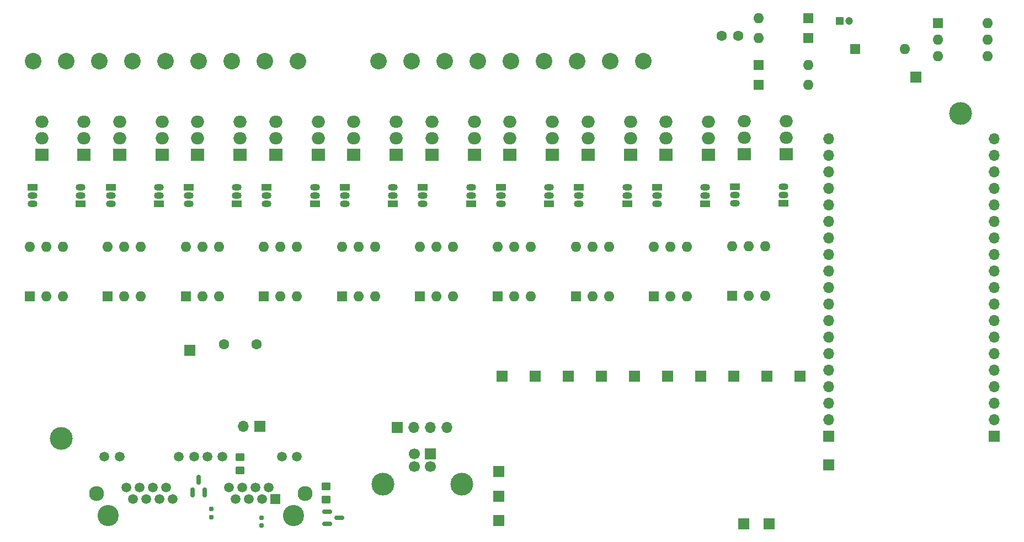
<source format=gbr>
%TF.GenerationSoftware,KiCad,Pcbnew,7.0.10*%
%TF.CreationDate,2024-07-06T13:40:55+02:00*%
%TF.ProjectId,OverlordDimmer,4f766572-6c6f-4726-9444-696d6d65722e,rev?*%
%TF.SameCoordinates,Original*%
%TF.FileFunction,Soldermask,Bot*%
%TF.FilePolarity,Negative*%
%FSLAX46Y46*%
G04 Gerber Fmt 4.6, Leading zero omitted, Abs format (unit mm)*
G04 Created by KiCad (PCBNEW 7.0.10) date 2024-07-06 13:40:55*
%MOMM*%
%LPD*%
G01*
G04 APERTURE LIST*
G04 Aperture macros list*
%AMRoundRect*
0 Rectangle with rounded corners*
0 $1 Rounding radius*
0 $2 $3 $4 $5 $6 $7 $8 $9 X,Y pos of 4 corners*
0 Add a 4 corners polygon primitive as box body*
4,1,4,$2,$3,$4,$5,$6,$7,$8,$9,$2,$3,0*
0 Add four circle primitives for the rounded corners*
1,1,$1+$1,$2,$3*
1,1,$1+$1,$4,$5*
1,1,$1+$1,$6,$7*
1,1,$1+$1,$8,$9*
0 Add four rect primitives between the rounded corners*
20,1,$1+$1,$2,$3,$4,$5,0*
20,1,$1+$1,$4,$5,$6,$7,0*
20,1,$1+$1,$6,$7,$8,$9,0*
20,1,$1+$1,$8,$9,$2,$3,0*%
G04 Aperture macros list end*
%ADD10R,1.600000X1.600000*%
%ADD11O,1.600000X1.600000*%
%ADD12R,2.000000X1.905000*%
%ADD13O,2.000000X1.905000*%
%ADD14R,1.700000X1.700000*%
%ADD15R,1.500000X1.050000*%
%ADD16O,1.500000X1.050000*%
%ADD17O,1.700000X1.700000*%
%ADD18R,1.200000X1.200000*%
%ADD19C,1.200000*%
%ADD20C,2.540000*%
%ADD21C,3.250000*%
%ADD22R,1.500000X1.500000*%
%ADD23C,1.500000*%
%ADD24C,2.300000*%
%ADD25C,1.600000*%
%ADD26C,3.500000*%
%ADD27C,1.700000*%
%ADD28RoundRect,0.160000X0.160000X-0.197500X0.160000X0.197500X-0.160000X0.197500X-0.160000X-0.197500X0*%
%ADD29RoundRect,0.250000X0.450000X-0.350000X0.450000X0.350000X-0.450000X0.350000X-0.450000X-0.350000X0*%
%ADD30RoundRect,0.150000X-0.587500X-0.150000X0.587500X-0.150000X0.587500X0.150000X-0.587500X0.150000X0*%
%ADD31RoundRect,0.150000X0.150000X-0.587500X0.150000X0.587500X-0.150000X0.587500X-0.150000X-0.587500X0*%
G04 APERTURE END LIST*
D10*
%TO.C,U5*%
X76989445Y-71550000D03*
D11*
X79529445Y-71550000D03*
X82069445Y-71550000D03*
X82069445Y-63930000D03*
X79529445Y-63930000D03*
X76989445Y-63930000D03*
%TD*%
D12*
%TO.C,Q11*%
X42907361Y-49850000D03*
D13*
X42907361Y-47310000D03*
X42907361Y-44770000D03*
%TD*%
D14*
%TO.C,Dbg1*%
X101600000Y-83820000D03*
%TD*%
D15*
%TO.C,Q18*%
X77449444Y-54780000D03*
D16*
X77449444Y-56050000D03*
X77449444Y-57320000D03*
%TD*%
D14*
%TO.C,DbgCRX1*%
X142600000Y-106500000D03*
%TD*%
D15*
%TO.C,Q34*%
X137336249Y-54693809D03*
D16*
X137336249Y-55963809D03*
X137336249Y-57233809D03*
%TD*%
D14*
%TO.C,11*%
X64435000Y-91535000D03*
D17*
X61895000Y-91535000D03*
%TD*%
D15*
%TO.C,Q30*%
X101404166Y-54780000D03*
D16*
X101404166Y-56050000D03*
X101404166Y-57320000D03*
%TD*%
D14*
%TO.C,Dbg6*%
X127000000Y-83820000D03*
%TD*%
D10*
%TO.C,U10*%
X124898889Y-71550000D03*
D11*
X127438889Y-71550000D03*
X129978889Y-71550000D03*
X129978889Y-63930000D03*
X127438889Y-63930000D03*
X124898889Y-63930000D03*
%TD*%
D12*
%TO.C,Q42*%
X145226249Y-49763809D03*
D13*
X145226249Y-47223809D03*
X145226249Y-44683809D03*
%TD*%
D12*
%TO.C,Q20*%
X73362083Y-49850000D03*
D13*
X73362083Y-47310000D03*
X73362083Y-44770000D03*
%TD*%
D18*
%TO.C,C12*%
X153377401Y-29200000D03*
D19*
X154877401Y-29200000D03*
%TD*%
D15*
%TO.C,Q17*%
X84839445Y-57350000D03*
D16*
X84839445Y-56080000D03*
X84839445Y-54810000D03*
%TD*%
D10*
%TO.C,U2*%
X53034723Y-71550000D03*
D11*
X55574723Y-71550000D03*
X58114723Y-71550000D03*
X58114723Y-63930000D03*
X55574723Y-63930000D03*
X53034723Y-63930000D03*
%TD*%
D10*
%TO.C,D13*%
X155790000Y-33600000D03*
D11*
X163410000Y-33600000D03*
%TD*%
D20*
%TO.C,J1*%
X70220000Y-35450000D03*
X65140000Y-35450000D03*
X60060000Y-35450000D03*
X54980000Y-35450000D03*
X49900000Y-35450000D03*
X44820000Y-35450000D03*
X39740000Y-35450000D03*
X34660000Y-35450000D03*
X29580000Y-35450000D03*
%TD*%
D12*
%TO.C,Q14*%
X85339444Y-49850000D03*
D13*
X85339444Y-47310000D03*
X85339444Y-44770000D03*
%TD*%
D10*
%TO.C,U7*%
X112921528Y-71550000D03*
D11*
X115461528Y-71550000D03*
X118001528Y-71550000D03*
X118001528Y-63930000D03*
X115461528Y-63930000D03*
X112921528Y-63930000D03*
%TD*%
D15*
%TO.C,Q9*%
X48907362Y-57350000D03*
D16*
X48907362Y-56080000D03*
X48907362Y-54810000D03*
%TD*%
D14*
%TO.C,Dbg3V3*%
X53700000Y-79900000D03*
%TD*%
D15*
%TO.C,Q13*%
X72862084Y-57350000D03*
D16*
X72862084Y-56080000D03*
X72862084Y-54810000D03*
%TD*%
D15*
%TO.C,Q33*%
X120771528Y-57350000D03*
D16*
X120771528Y-56080000D03*
X120771528Y-54810000D03*
%TD*%
D21*
%TO.C,J3*%
X69540000Y-105310000D03*
X41090000Y-105310000D03*
D22*
X66750000Y-102770000D03*
D23*
X65734000Y-100990000D03*
X64718000Y-102770000D03*
X63702000Y-100990000D03*
X62686000Y-102770000D03*
X61670000Y-100990000D03*
X60654000Y-102770000D03*
X59638000Y-100990000D03*
X70050000Y-96170000D03*
X67760000Y-96170000D03*
X58620000Y-96170000D03*
X56330000Y-96170000D03*
X51000000Y-102770000D03*
X49984000Y-100990000D03*
X48968000Y-102770000D03*
X47952000Y-100990000D03*
X46936000Y-102770000D03*
X45920000Y-100990000D03*
X44904000Y-102770000D03*
X43888000Y-100990000D03*
X54300000Y-96170000D03*
X52010000Y-96170000D03*
X42870000Y-96170000D03*
X40580000Y-96170000D03*
D24*
X71320000Y-101880000D03*
X39320000Y-101880000D03*
%TD*%
D10*
%TO.C,D11*%
X148610000Y-31900000D03*
D11*
X140990000Y-31900000D03*
%TD*%
D12*
%TO.C,Q4*%
X37430000Y-49850000D03*
D13*
X37430000Y-47310000D03*
X37430000Y-44770000D03*
%TD*%
D10*
%TO.C,D10*%
X148610000Y-28800000D03*
D11*
X140990000Y-28800000D03*
%TD*%
D12*
%TO.C,Q32*%
X138726249Y-49763809D03*
D13*
X138726249Y-47223809D03*
X138726249Y-44683809D03*
%TD*%
D12*
%TO.C,Q28*%
X102794166Y-49850000D03*
D13*
X102794166Y-47310000D03*
X102794166Y-44770000D03*
%TD*%
D14*
%TO.C,Dbg9*%
X142240000Y-83820000D03*
%TD*%
D10*
%TO.C,U3*%
X41057362Y-71550000D03*
D11*
X43597362Y-71550000D03*
X46137362Y-71550000D03*
X46137362Y-63930000D03*
X43597362Y-63930000D03*
X41057362Y-63930000D03*
%TD*%
D14*
%TO.C,DbgGND1*%
X101075000Y-98515000D03*
%TD*%
D12*
%TO.C,Q40*%
X133248888Y-49850000D03*
D13*
X133248888Y-47310000D03*
X133248888Y-44770000D03*
%TD*%
D15*
%TO.C,Q31*%
X96816806Y-57350000D03*
D16*
X96816806Y-56080000D03*
X96816806Y-54810000D03*
%TD*%
D15*
%TO.C,Q38*%
X132748889Y-57350000D03*
D16*
X132748889Y-56080000D03*
X132748889Y-54810000D03*
%TD*%
D12*
%TO.C,Q24*%
X97316805Y-49850000D03*
D13*
X97316805Y-47310000D03*
X97316805Y-44770000D03*
%TD*%
D25*
%TO.C,C9*%
X135300000Y-31500000D03*
X137800000Y-31500000D03*
%TD*%
D12*
%TO.C,Q10*%
X49407361Y-49850000D03*
D13*
X49407361Y-47310000D03*
X49407361Y-44770000D03*
%TD*%
D15*
%TO.C,Q23*%
X113381527Y-54780000D03*
D16*
X113381527Y-56050000D03*
X113381527Y-57320000D03*
%TD*%
D14*
%TO.C,Dbg10*%
X147320000Y-83820000D03*
%TD*%
%TO.C,Dbg5V0*%
X151700000Y-97500000D03*
%TD*%
D26*
%TO.C,H1*%
X33960000Y-93450000D03*
%TD*%
D14*
%TO.C,Dbg7*%
X132080000Y-83820000D03*
%TD*%
D15*
%TO.C,Q2*%
X29540000Y-54780000D03*
D16*
X29540000Y-56050000D03*
X29540000Y-57320000D03*
%TD*%
D14*
%TO.C,J5*%
X90600000Y-95760000D03*
D27*
X88100000Y-95760000D03*
X88100000Y-97760000D03*
X90600000Y-97760000D03*
D26*
X95370000Y-100470000D03*
X83330000Y-100470000D03*
%TD*%
D10*
%TO.C,D12*%
X140940000Y-36030000D03*
D11*
X148560000Y-36030000D03*
%TD*%
D12*
%TO.C,Q25*%
X90816805Y-49850000D03*
D13*
X90816805Y-47310000D03*
X90816805Y-44770000D03*
%TD*%
D12*
%TO.C,Q5*%
X54884722Y-49850000D03*
D13*
X54884722Y-47310000D03*
X54884722Y-44770000D03*
%TD*%
D14*
%TO.C,Dbg4*%
X116840000Y-83820000D03*
%TD*%
%TO.C,DbgCTX1*%
X138700000Y-106500000D03*
%TD*%
D15*
%TO.C,Q29*%
X108794167Y-57350000D03*
D16*
X108794167Y-56080000D03*
X108794167Y-54810000D03*
%TD*%
D15*
%TO.C,Q26*%
X89426805Y-54780000D03*
D16*
X89426805Y-56050000D03*
X89426805Y-57320000D03*
%TD*%
D10*
%TO.C,U11*%
X136876250Y-71463809D03*
D11*
X139416250Y-71463809D03*
X141956250Y-71463809D03*
X141956250Y-63843809D03*
X139416250Y-63843809D03*
X136876250Y-63843809D03*
%TD*%
D10*
%TO.C,U12*%
X168500000Y-29575000D03*
D11*
X168500000Y-32115000D03*
X168500000Y-34655000D03*
X176120000Y-34655000D03*
X176120000Y-32115000D03*
X176120000Y-29575000D03*
%TD*%
D26*
%TO.C,H2*%
X171960000Y-43450000D03*
%TD*%
D14*
%TO.C,DbgEdge1*%
X165100000Y-37900000D03*
%TD*%
D12*
%TO.C,Q35*%
X114771527Y-49850000D03*
D13*
X114771527Y-47310000D03*
X114771527Y-44770000D03*
%TD*%
D10*
%TO.C,D16*%
X140940000Y-39030000D03*
D11*
X148560000Y-39030000D03*
%TD*%
D12*
%TO.C,Q27*%
X109294166Y-49850000D03*
D13*
X109294166Y-47310000D03*
X109294166Y-44770000D03*
%TD*%
D14*
%TO.C,Dbg5*%
X121920000Y-83820000D03*
%TD*%
D15*
%TO.C,Q7*%
X53494722Y-54780000D03*
D16*
X53494722Y-56050000D03*
X53494722Y-57320000D03*
%TD*%
D12*
%TO.C,Q19*%
X66862083Y-49850000D03*
D13*
X66862083Y-47310000D03*
X66862083Y-44770000D03*
%TD*%
D14*
%TO.C,Dbg3*%
X111760000Y-83820000D03*
%TD*%
D15*
%TO.C,Q41*%
X144726250Y-57263809D03*
D16*
X144726250Y-55993809D03*
X144726250Y-54723809D03*
%TD*%
D15*
%TO.C,Q3*%
X36930000Y-57350000D03*
D16*
X36930000Y-56080000D03*
X36930000Y-54810000D03*
%TD*%
D10*
%TO.C,U9*%
X100944167Y-71550000D03*
D11*
X103484167Y-71550000D03*
X106024167Y-71550000D03*
X106024167Y-63930000D03*
X103484167Y-63930000D03*
X100944167Y-63930000D03*
%TD*%
D14*
%TO.C,J2*%
X85500000Y-91700000D03*
D17*
X88040000Y-91700000D03*
X90580000Y-91700000D03*
X93120000Y-91700000D03*
%TD*%
D10*
%TO.C,U8*%
X88966806Y-71550000D03*
D11*
X91506806Y-71550000D03*
X94046806Y-71550000D03*
X94046806Y-63930000D03*
X91506806Y-63930000D03*
X88966806Y-63930000D03*
%TD*%
D14*
%TO.C,DbgUTX1*%
X101075000Y-102315000D03*
%TD*%
D12*
%TO.C,Q1*%
X30930000Y-49850000D03*
D13*
X30930000Y-47310000D03*
X30930000Y-44770000D03*
%TD*%
D15*
%TO.C,Q37*%
X125358888Y-54780000D03*
D16*
X125358888Y-56050000D03*
X125358888Y-57320000D03*
%TD*%
D14*
%TO.C,DbgURX1*%
X101075000Y-106065000D03*
%TD*%
D10*
%TO.C,U6*%
X65012084Y-71550000D03*
D11*
X67552084Y-71550000D03*
X70092084Y-71550000D03*
X70092084Y-63930000D03*
X67552084Y-63930000D03*
X65012084Y-63930000D03*
%TD*%
D14*
%TO.C,Dbg8*%
X137160000Y-83820000D03*
%TD*%
D25*
%TO.C,C4*%
X63935000Y-78935000D03*
X58935000Y-78935000D03*
%TD*%
D15*
%TO.C,Q15*%
X65472083Y-54780000D03*
D16*
X65472083Y-56050000D03*
X65472083Y-57320000D03*
%TD*%
D15*
%TO.C,Q8*%
X41517361Y-54780000D03*
D16*
X41517361Y-56050000D03*
X41517361Y-57320000D03*
%TD*%
D15*
%TO.C,Q6*%
X60884723Y-57350000D03*
D16*
X60884723Y-56080000D03*
X60884723Y-54810000D03*
%TD*%
D12*
%TO.C,Q12*%
X61384722Y-49850000D03*
D13*
X61384722Y-47310000D03*
X61384722Y-44770000D03*
%TD*%
D10*
%TO.C,U1*%
X29080000Y-71550000D03*
D11*
X31620000Y-71550000D03*
X34160000Y-71550000D03*
X34160000Y-63930000D03*
X31620000Y-63930000D03*
X29080000Y-63930000D03*
%TD*%
D12*
%TO.C,Q39*%
X126748888Y-49850000D03*
D13*
X126748888Y-47310000D03*
X126748888Y-44770000D03*
%TD*%
D20*
%TO.C,J4*%
X123220000Y-35450000D03*
X118140000Y-35450000D03*
X113060000Y-35450000D03*
X107980000Y-35450000D03*
X102900000Y-35450000D03*
X97820000Y-35450000D03*
X92740000Y-35450000D03*
X87660000Y-35450000D03*
X82580000Y-35450000D03*
%TD*%
D12*
%TO.C,Q16*%
X78839444Y-49850000D03*
D13*
X78839444Y-47310000D03*
X78839444Y-44770000D03*
%TD*%
D14*
%TO.C,ESP1*%
X177100000Y-93040000D03*
D17*
X177100000Y-90500000D03*
X177100000Y-87960000D03*
X177100000Y-85420000D03*
X177100000Y-82880000D03*
X177100000Y-80340000D03*
X177100000Y-77800000D03*
X177100000Y-75260000D03*
X177100000Y-72720000D03*
X177100000Y-70180000D03*
X177100000Y-67640000D03*
X177100000Y-65100000D03*
X177100000Y-62560000D03*
X177100000Y-60020000D03*
X177100000Y-57480000D03*
X177100000Y-54940000D03*
X177100000Y-52400000D03*
X177100000Y-49860000D03*
X177100000Y-47320000D03*
D14*
X151700000Y-93040000D03*
D17*
X151700000Y-90500000D03*
X151700000Y-87960000D03*
X151700000Y-85420000D03*
X151700000Y-82880000D03*
X151700000Y-80340000D03*
X151700000Y-77800000D03*
X151700000Y-75260000D03*
X151700000Y-72720000D03*
X151700000Y-70180000D03*
X151700000Y-67640000D03*
X151700000Y-65100000D03*
X151700000Y-62560000D03*
X151700000Y-60020000D03*
X151700000Y-57480000D03*
X151700000Y-54940000D03*
X151700000Y-52400000D03*
X151700000Y-49860000D03*
X151700000Y-47320000D03*
%TD*%
D14*
%TO.C,Dbg2*%
X106680000Y-83820000D03*
%TD*%
D12*
%TO.C,Q36*%
X121271527Y-49850000D03*
D13*
X121271527Y-47310000D03*
X121271527Y-44770000D03*
%TD*%
D28*
%TO.C,R27*%
X64710000Y-106807500D03*
X64710000Y-105612500D03*
%TD*%
D29*
%TO.C,R25*%
X61400000Y-98300000D03*
X61400000Y-96300000D03*
%TD*%
D28*
%TO.C,R15*%
X56970000Y-105487500D03*
X56970000Y-104292500D03*
%TD*%
D30*
%TO.C,Q21*%
X74725000Y-106550000D03*
X74725000Y-104650000D03*
X76600000Y-105600000D03*
%TD*%
D31*
%TO.C,Q22*%
X55950000Y-101675000D03*
X54050000Y-101675000D03*
X55000000Y-99800000D03*
%TD*%
D29*
%TO.C,R30*%
X74600000Y-102800000D03*
X74600000Y-100800000D03*
%TD*%
M02*

</source>
